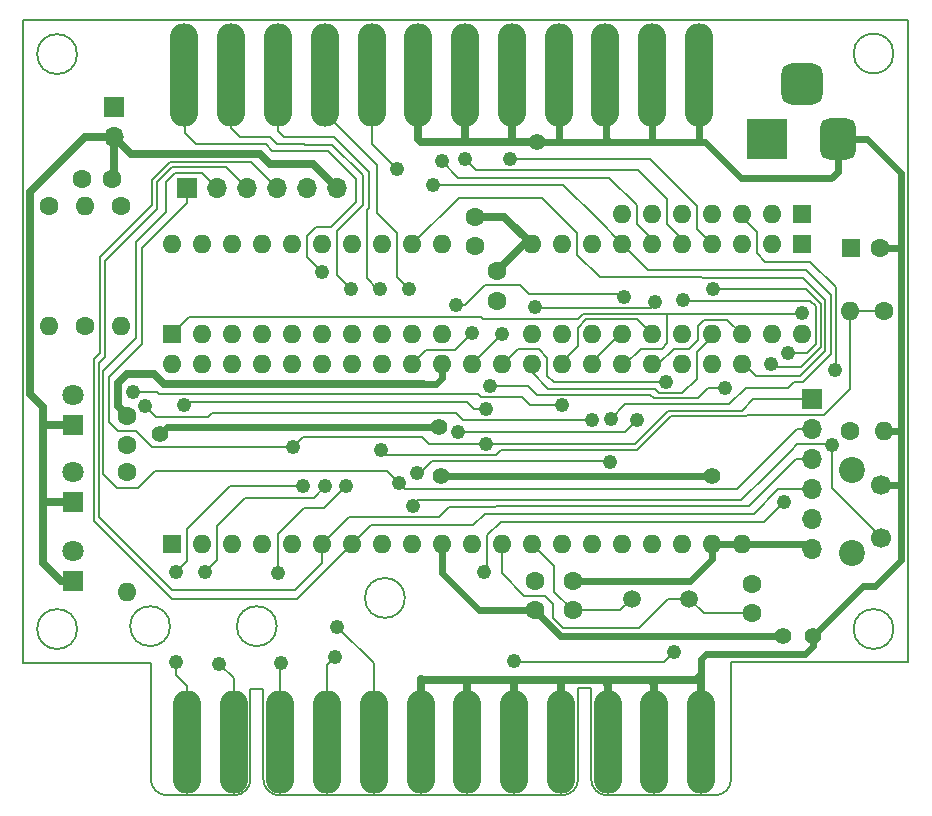
<source format=gbr>
G04 #@! TF.GenerationSoftware,KiCad,Pcbnew,7.0.10*
G04 #@! TF.CreationDate,2024-02-21T12:16:34-05:00*
G04 #@! TF.ProjectId,CBM-SD,43424d2d-5344-42e6-9b69-6361645f7063,rev?*
G04 #@! TF.SameCoordinates,Original*
G04 #@! TF.FileFunction,Copper,L2,Bot*
G04 #@! TF.FilePolarity,Positive*
%FSLAX46Y46*%
G04 Gerber Fmt 4.6, Leading zero omitted, Abs format (unit mm)*
G04 Created by KiCad (PCBNEW 7.0.10) date 2024-02-21 12:16:34*
%MOMM*%
%LPD*%
G01*
G04 APERTURE LIST*
G04 Aperture macros list*
%AMRoundRect*
0 Rectangle with rounded corners*
0 $1 Rounding radius*
0 $2 $3 $4 $5 $6 $7 $8 $9 X,Y pos of 4 corners*
0 Add a 4 corners polygon primitive as box body*
4,1,4,$2,$3,$4,$5,$6,$7,$8,$9,$2,$3,0*
0 Add four circle primitives for the rounded corners*
1,1,$1+$1,$2,$3*
1,1,$1+$1,$4,$5*
1,1,$1+$1,$6,$7*
1,1,$1+$1,$8,$9*
0 Add four rect primitives between the rounded corners*
20,1,$1+$1,$2,$3,$4,$5,0*
20,1,$1+$1,$4,$5,$6,$7,0*
20,1,$1+$1,$6,$7,$8,$9,0*
20,1,$1+$1,$8,$9,$2,$3,0*%
G04 Aperture macros list end*
G04 #@! TA.AperFunction,ComponentPad*
%ADD10C,1.600000*%
G04 #@! TD*
G04 #@! TA.AperFunction,ComponentPad*
%ADD11O,1.600000X1.600000*%
G04 #@! TD*
G04 #@! TA.AperFunction,ComponentPad*
%ADD12R,1.600000X1.600000*%
G04 #@! TD*
G04 #@! TA.AperFunction,ComponentPad*
%ADD13C,1.500000*%
G04 #@! TD*
G04 #@! TA.AperFunction,ComponentPad*
%ADD14R,1.800000X1.800000*%
G04 #@! TD*
G04 #@! TA.AperFunction,ComponentPad*
%ADD15C,1.800000*%
G04 #@! TD*
G04 #@! TA.AperFunction,ComponentPad*
%ADD16R,3.500000X3.500000*%
G04 #@! TD*
G04 #@! TA.AperFunction,ComponentPad*
%ADD17RoundRect,0.750000X0.750000X1.000000X-0.750000X1.000000X-0.750000X-1.000000X0.750000X-1.000000X0*%
G04 #@! TD*
G04 #@! TA.AperFunction,ComponentPad*
%ADD18RoundRect,0.875000X0.875000X0.875000X-0.875000X0.875000X-0.875000X-0.875000X0.875000X-0.875000X0*%
G04 #@! TD*
G04 #@! TA.AperFunction,ComponentPad*
%ADD19R,1.700000X1.700000*%
G04 #@! TD*
G04 #@! TA.AperFunction,ComponentPad*
%ADD20O,1.700000X1.700000*%
G04 #@! TD*
G04 #@! TA.AperFunction,SMDPad,CuDef*
%ADD21O,2.410000X8.760000*%
G04 #@! TD*
G04 #@! TA.AperFunction,ConnectorPad*
%ADD22O,2.410000X8.760000*%
G04 #@! TD*
G04 #@! TA.AperFunction,ComponentPad*
%ADD23C,2.200000*%
G04 #@! TD*
G04 #@! TA.AperFunction,ComponentPad*
%ADD24C,1.700000*%
G04 #@! TD*
G04 #@! TA.AperFunction,ViaPad*
%ADD25C,1.422400*%
G04 #@! TD*
G04 #@! TA.AperFunction,ViaPad*
%ADD26C,1.219200*%
G04 #@! TD*
G04 #@! TA.AperFunction,Conductor*
%ADD27C,0.200000*%
G04 #@! TD*
G04 #@! TA.AperFunction,Conductor*
%ADD28C,0.660400*%
G04 #@! TD*
G04 #@! TA.AperFunction,Conductor*
%ADD29C,0.600000*%
G04 #@! TD*
G04 #@! TA.AperFunction,Conductor*
%ADD30C,0.203200*%
G04 #@! TD*
G04 #@! TA.AperFunction,Profile*
%ADD31C,0.200660*%
G04 #@! TD*
G04 APERTURE END LIST*
D10*
X125996700Y-104076500D03*
D11*
X125996700Y-114236500D03*
D12*
X183134000Y-82232500D03*
D11*
X180594000Y-82232500D03*
X178054000Y-82232500D03*
X175514000Y-82232500D03*
X172974000Y-82232500D03*
X170434000Y-82232500D03*
X167894000Y-82232500D03*
D12*
X129794000Y-110172500D03*
D11*
X132334000Y-110172500D03*
X134874000Y-110172500D03*
X137414000Y-110172500D03*
X139954000Y-110172500D03*
X142494000Y-110172500D03*
X145034000Y-110172500D03*
X147574000Y-110172500D03*
X150114000Y-110172500D03*
X152654000Y-110172500D03*
X155194000Y-110172500D03*
X157734000Y-110172500D03*
X160274000Y-110172500D03*
X162814000Y-110172500D03*
X165354000Y-110172500D03*
X167894000Y-110172500D03*
X170434000Y-110172500D03*
X172974000Y-110172500D03*
X175514000Y-110172500D03*
X178054000Y-110172500D03*
X178054000Y-94932500D03*
X175514000Y-94932500D03*
X172974000Y-94932500D03*
X170434000Y-94932500D03*
X167894000Y-94932500D03*
X165354000Y-94932500D03*
X162814000Y-94932500D03*
X160274000Y-94932500D03*
X157734000Y-94932500D03*
X155194000Y-94932500D03*
X152654000Y-94932500D03*
X150114000Y-94932500D03*
X147574000Y-94932500D03*
X145034000Y-94932500D03*
X142494000Y-94932500D03*
X139954000Y-94932500D03*
X137414000Y-94932500D03*
X134874000Y-94932500D03*
X132334000Y-94932500D03*
X129794000Y-94932500D03*
D12*
X129794000Y-92392500D03*
D11*
X132334000Y-92392500D03*
X134874000Y-92392500D03*
X137414000Y-92392500D03*
X139954000Y-92392500D03*
X142494000Y-92392500D03*
X145034000Y-92392500D03*
X147574000Y-92392500D03*
X150114000Y-92392500D03*
X152654000Y-92392500D03*
X152654000Y-84772500D03*
X150114000Y-84772500D03*
X147574000Y-84772500D03*
X145034000Y-84772500D03*
X142494000Y-84772500D03*
X139954000Y-84772500D03*
X137414000Y-84772500D03*
X134874000Y-84772500D03*
X132334000Y-84772500D03*
X129794000Y-84772500D03*
D12*
X183134000Y-84772500D03*
D11*
X180594000Y-84772500D03*
X178054000Y-84772500D03*
X175514000Y-84772500D03*
X172974000Y-84772500D03*
X170434000Y-84772500D03*
X167894000Y-84772500D03*
X165354000Y-84772500D03*
X162814000Y-84772500D03*
X160274000Y-84772500D03*
X160274000Y-92392500D03*
X162814000Y-92392500D03*
X165354000Y-92392500D03*
X167894000Y-92392500D03*
X170434000Y-92392500D03*
X172974000Y-92392500D03*
X175514000Y-92392500D03*
X178054000Y-92392500D03*
X180594000Y-92392500D03*
X183134000Y-92392500D03*
D10*
X124694000Y-79248000D03*
X122194000Y-79248000D03*
X160500000Y-113275000D03*
X160500000Y-115775000D03*
X155475000Y-84925000D03*
X155475000Y-82425000D03*
X157300000Y-89550000D03*
X157300000Y-87050000D03*
X122428000Y-91694000D03*
D11*
X122428000Y-81534000D03*
D10*
X178875000Y-113500000D03*
X178875000Y-116000000D03*
D13*
X168725000Y-114775000D03*
X173605000Y-114775000D03*
D10*
X119380000Y-81534000D03*
D11*
X119380000Y-91694000D03*
D14*
X121450100Y-113322100D03*
D15*
X121450100Y-110782100D03*
D14*
X121450100Y-106616500D03*
D15*
X121450100Y-104076500D03*
D16*
X180182000Y-75887500D03*
D17*
X186182000Y-75887500D03*
D18*
X183182000Y-71187500D03*
D14*
X121462800Y-100037900D03*
D15*
X121462800Y-97497900D03*
D19*
X183997600Y-97891600D03*
D20*
X183997600Y-100431600D03*
X183997600Y-102971600D03*
X183997600Y-105511600D03*
X183997600Y-108051600D03*
X183997600Y-110591600D03*
D10*
X187198000Y-100584000D03*
D11*
X187198000Y-90424000D03*
D10*
X190093600Y-90424000D03*
D11*
X190093600Y-100584000D03*
D10*
X163725000Y-113275000D03*
X163725000Y-115775000D03*
X125476000Y-81534000D03*
D11*
X125476000Y-91694000D03*
D19*
X124891800Y-73126600D03*
D20*
X124891800Y-75666600D03*
D10*
X126009400Y-99290500D03*
X126009400Y-101790500D03*
D12*
X187285621Y-85090000D03*
D10*
X189785621Y-85090000D03*
D21*
X131052300Y-126923800D03*
D22*
X135012300Y-126923800D03*
X138972300Y-126923800D03*
X142932300Y-126923800D03*
X146892300Y-126923800D03*
X150852300Y-126923800D03*
X154812300Y-126923800D03*
X158772300Y-126923800D03*
X162732300Y-126923800D03*
X166692300Y-126923800D03*
X170652300Y-126923800D03*
X174612300Y-126923800D03*
D23*
X187350400Y-110896400D03*
X187350400Y-103896400D03*
D24*
X189850400Y-105146400D03*
X189850400Y-109646400D03*
D19*
X131064000Y-80010000D03*
D20*
X133604000Y-80010000D03*
X136144000Y-80010000D03*
X138684000Y-80010000D03*
X141224000Y-80010000D03*
X143764000Y-80010000D03*
D21*
X130860799Y-70408800D03*
D22*
X134820799Y-70408800D03*
X138780799Y-70408800D03*
X142740799Y-70408800D03*
X146700799Y-70408800D03*
X150660799Y-70408800D03*
X154620799Y-70408800D03*
X158580799Y-70408800D03*
X162540799Y-70408800D03*
X166500799Y-70408800D03*
X170460799Y-70408800D03*
X174420799Y-70408800D03*
D25*
X160731200Y-76136500D03*
X184099200Y-117906800D03*
X152425400Y-100228400D03*
X128790700Y-100838000D03*
X152577800Y-104419400D03*
X175564800Y-104406700D03*
X181559200Y-117906800D03*
D26*
X155194000Y-92312500D03*
X157734000Y-92392500D03*
X130810000Y-98399600D03*
X156362400Y-98717100D03*
X148837500Y-78437500D03*
X143811100Y-117187500D03*
X143625000Y-119725000D03*
X149860000Y-88582500D03*
X139000000Y-120225000D03*
X147447000Y-88519000D03*
X144500000Y-105275000D03*
X138775000Y-112575000D03*
X142800000Y-105250000D03*
X132588000Y-112522000D03*
X133825000Y-120275000D03*
X144970500Y-88582500D03*
X130137400Y-112522000D03*
X142494000Y-87122000D03*
X130137400Y-120167400D03*
X140931400Y-105219500D03*
X156718000Y-96748600D03*
X176618900Y-96964500D03*
X172325000Y-119275000D03*
X180530500Y-94945200D03*
X175577500Y-88557100D03*
X158432500Y-77533500D03*
X158772300Y-120052700D03*
X181965600Y-93954600D03*
X154609800Y-77533500D03*
X181659506Y-106559506D03*
X173050200Y-89522300D03*
X156210000Y-112522000D03*
X152654000Y-77724000D03*
X169164000Y-99644200D03*
X154051000Y-100647500D03*
X166878000Y-103187500D03*
X151892000Y-79756000D03*
X166966900Y-99555300D03*
X150583900Y-104178100D03*
X168084500Y-89217500D03*
X156400500Y-101663500D03*
X140017500Y-101955600D03*
X153860500Y-89916000D03*
X183134000Y-90551000D03*
X148987500Y-104962500D03*
X185675000Y-101750000D03*
X150225000Y-106900000D03*
X185975000Y-95450000D03*
X171640500Y-96456500D03*
X162839400Y-98412300D03*
X126492000Y-97282000D03*
X165354000Y-99631500D03*
X127546100Y-98501200D03*
X170688000Y-89662000D03*
X160528000Y-90106500D03*
X147535900Y-102158800D03*
D27*
X189917680Y-109653680D02*
X189917680Y-109692440D01*
X185675000Y-105411000D02*
X189917680Y-109653680D01*
X185675000Y-101750000D02*
X185675000Y-105411000D01*
D28*
X174231300Y-121653300D02*
X174612300Y-121272300D01*
X150926800Y-121653300D02*
X150863300Y-121589800D01*
X150852300Y-126923800D02*
X150863300Y-121589800D01*
X170311800Y-121653300D02*
X174231300Y-121653300D01*
X154927300Y-121653300D02*
X150926800Y-121653300D01*
X154812300Y-121768300D02*
X154927300Y-121653300D01*
X170652300Y-121993800D02*
X170652300Y-126923800D01*
X154812300Y-126923800D02*
X154812300Y-121768300D01*
X166692300Y-126923800D02*
X166692300Y-122016800D01*
X170311800Y-121653300D02*
X170652300Y-121993800D01*
X174612300Y-126923800D02*
X174612300Y-121272300D01*
X162737800Y-121653300D02*
X162737800Y-122034300D01*
X162737800Y-122034300D02*
X162732300Y-122039800D01*
X162737800Y-121653300D02*
X166674800Y-121653300D01*
X166674800Y-121999300D02*
X166692300Y-122016800D01*
X166674800Y-121653300D02*
X166674800Y-121999300D01*
X158772300Y-126923800D02*
X158772300Y-121935800D01*
X162732300Y-126923800D02*
X162732300Y-122039800D01*
X166674800Y-121653300D02*
X170311800Y-121653300D01*
X158711900Y-76136500D02*
X157734000Y-76136500D01*
D29*
X191547460Y-85058540D02*
X191547460Y-100452540D01*
D28*
X160083500Y-76136500D02*
X160731200Y-76136500D01*
X137280000Y-77125000D02*
X126350200Y-77125000D01*
X157926500Y-82425000D02*
X160274000Y-84772500D01*
X117793089Y-80326911D02*
X117793089Y-97473089D01*
X150673500Y-70332600D02*
X150673500Y-75895900D01*
X158593500Y-70332600D02*
X158593500Y-76018100D01*
X154633500Y-75858800D02*
X154355800Y-76136500D01*
X155575000Y-76136500D02*
X154355800Y-76136500D01*
D29*
X162623500Y-76136500D02*
X162553500Y-76066500D01*
X174911500Y-76136500D02*
X174611500Y-76136500D01*
X191547460Y-100452540D02*
X191547460Y-104933460D01*
X184099200Y-117906800D02*
X184099200Y-118770400D01*
D28*
X125222000Y-96520000D02*
X125222000Y-98503100D01*
D29*
X170511500Y-76136500D02*
X170473500Y-76098500D01*
D28*
X118872000Y-98552000D02*
X118872000Y-100076000D01*
X141732000Y-77978000D02*
X138133000Y-77978000D01*
D29*
X174433500Y-75958500D02*
X174433500Y-70332600D01*
X170511500Y-76136500D02*
X166916100Y-76136500D01*
D28*
X122453400Y-75666600D02*
X117793089Y-80326911D01*
X118872000Y-100076000D02*
X118910100Y-100037900D01*
D29*
X166513500Y-75733900D02*
X166916100Y-76136500D01*
X191547460Y-111474540D02*
X191547460Y-104933460D01*
D28*
X118910100Y-100037900D02*
X121462800Y-100037900D01*
D29*
X184099200Y-118770400D02*
X183375300Y-119494300D01*
D28*
X159577500Y-84772500D02*
X157300000Y-87050000D01*
D29*
X152654000Y-96100900D02*
X152654000Y-94932500D01*
D28*
X155475000Y-82425000D02*
X157926500Y-82425000D01*
D29*
X191289360Y-105191560D02*
X189917680Y-105191560D01*
D28*
X118872000Y-111760000D02*
X120434100Y-113322100D01*
X154355800Y-76136500D02*
X151638000Y-76136500D01*
D29*
X174611500Y-76136500D02*
X170511500Y-76136500D01*
D28*
X118935500Y-106616500D02*
X121450100Y-106616500D01*
D29*
X191547460Y-85058540D02*
X191516000Y-85090000D01*
X180594000Y-119494300D02*
X174980600Y-119494300D01*
X162623500Y-76136500D02*
X160731200Y-76136500D01*
X186182000Y-78643000D02*
X185625000Y-79200000D01*
D28*
X125984000Y-95758000D02*
X125222000Y-96520000D01*
X138133000Y-77978000D02*
X137280000Y-77125000D01*
D29*
X191547460Y-100452540D02*
X191416000Y-100584000D01*
X174980600Y-119494300D02*
X174815500Y-119659400D01*
X178054000Y-110172500D02*
X175514000Y-110172500D01*
D28*
X128270000Y-95758000D02*
X125984000Y-95758000D01*
D29*
X191416000Y-100584000D02*
X190093600Y-100584000D01*
D28*
X150673500Y-75895900D02*
X150914100Y-76136500D01*
D29*
X186182000Y-75887500D02*
X186182000Y-78643000D01*
X163725000Y-113275000D02*
X171850000Y-113275000D01*
D28*
X154927300Y-121653300D02*
X160667700Y-121653300D01*
X124891800Y-75666600D02*
X122453400Y-75666600D01*
X118872000Y-106680000D02*
X118872000Y-111760000D01*
X151066500Y-96570800D02*
X129163582Y-96642418D01*
D29*
X166916100Y-76136500D02*
X162623500Y-76136500D01*
D28*
X118872000Y-106680000D02*
X118935500Y-106616500D01*
X158593500Y-76018100D02*
X158711900Y-76136500D01*
D29*
X178054000Y-110172500D02*
X183578500Y-110172500D01*
X174612300Y-121272300D02*
X174612300Y-119862600D01*
D28*
X151638000Y-76136500D02*
X150914100Y-76136500D01*
D29*
X183578500Y-110172500D02*
X183997600Y-110591600D01*
D28*
X126350200Y-77125000D02*
X124891800Y-75666600D01*
D29*
X184099200Y-117906800D02*
X188281000Y-113725000D01*
D28*
X125222000Y-98503100D02*
X126009400Y-99290500D01*
D29*
X166513500Y-70332600D02*
X166513500Y-75733900D01*
X188663500Y-75887500D02*
X186182000Y-75887500D01*
X180594000Y-119494300D02*
X183375300Y-119494300D01*
D28*
X120434100Y-113322100D02*
X121450100Y-113322100D01*
D29*
X191547460Y-85058540D02*
X191547460Y-78771460D01*
X174612300Y-119862600D02*
X174815500Y-119659400D01*
X191516000Y-85090000D02*
X189785621Y-85090000D01*
D28*
X160274000Y-84772500D02*
X159577500Y-84772500D01*
D29*
X188281000Y-113725000D02*
X189297000Y-113725000D01*
D28*
X154633500Y-70332600D02*
X154633500Y-75858800D01*
D29*
X177975000Y-79200000D02*
X174911500Y-76136500D01*
D28*
X118872000Y-100076000D02*
X118872000Y-106680000D01*
D29*
X175514000Y-111461000D02*
X175514000Y-110172500D01*
D28*
X159004000Y-76136500D02*
X158711900Y-76136500D01*
X124891800Y-79050200D02*
X124694000Y-79248000D01*
X124891800Y-75666600D02*
X124891800Y-79050200D01*
D29*
X191547460Y-78771460D02*
X188663500Y-75887500D01*
X162553500Y-76066500D02*
X162553500Y-70332600D01*
X152184100Y-96570800D02*
X152654000Y-96100900D01*
D28*
X160667700Y-121653300D02*
X162737800Y-121653300D01*
D29*
X191547460Y-104933460D02*
X191289360Y-105191560D01*
D28*
X157734000Y-76136500D02*
X155575000Y-76136500D01*
X129163582Y-96642418D02*
X129154418Y-96642418D01*
D29*
X185625000Y-79200000D02*
X177975000Y-79200000D01*
X170473500Y-76098500D02*
X170473500Y-70332600D01*
X173700000Y-113275000D02*
X175514000Y-111461000D01*
X171850000Y-113275000D02*
X173700000Y-113275000D01*
X174611500Y-76136500D02*
X174433500Y-75958500D01*
D28*
X143764000Y-80010000D02*
X141732000Y-77978000D01*
D29*
X151066500Y-96570800D02*
X152184100Y-96570800D01*
D28*
X129154418Y-96642418D02*
X128270000Y-95758000D01*
X159004000Y-76136500D02*
X160083500Y-76136500D01*
X117793089Y-97473089D02*
X118872000Y-98552000D01*
D29*
X189297000Y-113725000D02*
X191547460Y-111474540D01*
X152654000Y-112629000D02*
X152654000Y-110172500D01*
X155800000Y-115775000D02*
X152654000Y-112629000D01*
X152577800Y-104419400D02*
X175552100Y-104419400D01*
X162650000Y-117925000D02*
X166300000Y-117925000D01*
X152425400Y-100228400D02*
X129400300Y-100228400D01*
X160500000Y-115775000D02*
X155800000Y-115775000D01*
X160500000Y-115775000D02*
X162650000Y-117925000D01*
X175552100Y-104419400D02*
X175564800Y-104406700D01*
X166300000Y-117925000D02*
X166318200Y-117906800D01*
X166318200Y-117906800D02*
X181559200Y-117906800D01*
X129400300Y-100228400D02*
X128790700Y-100838000D01*
D27*
X162075000Y-115250000D02*
X162075000Y-116375000D01*
X157734000Y-112634000D02*
X159625000Y-114525000D01*
X178875000Y-116000000D02*
X174830000Y-116000000D01*
X161350000Y-114525000D02*
X162075000Y-115250000D01*
X162925000Y-117225000D02*
X169375000Y-117225000D01*
X174830000Y-116000000D02*
X173605000Y-114775000D01*
X171825000Y-114775000D02*
X173605000Y-114775000D01*
X162075000Y-116375000D02*
X162925000Y-117225000D01*
X169375000Y-117225000D02*
X171825000Y-114775000D01*
X159625000Y-114525000D02*
X161350000Y-114525000D01*
X157734000Y-110172500D02*
X157734000Y-112634000D01*
X162125000Y-114175000D02*
X163725000Y-115775000D01*
X161601500Y-111500000D02*
X161601500Y-111501500D01*
X167725000Y-115775000D02*
X168725000Y-114775000D01*
X160274000Y-110172500D02*
X161601500Y-111500000D01*
X162125000Y-112025000D02*
X162125000Y-114175000D01*
X161601500Y-111501500D02*
X162125000Y-112025000D01*
X163725000Y-115775000D02*
X167725000Y-115775000D01*
D30*
X150114000Y-94932500D02*
X150118098Y-94932500D01*
X153799820Y-93706680D02*
X155194000Y-92312500D01*
X150118098Y-94932500D02*
X151343918Y-93706680D01*
X151343918Y-93706680D02*
X153799820Y-93706680D01*
X155194000Y-94932500D02*
X157734000Y-92392500D01*
D27*
X130810000Y-98399600D02*
X131051300Y-98158300D01*
X131051300Y-98158300D02*
X131457700Y-98158300D01*
X154800300Y-98158300D02*
X155359100Y-98717100D01*
X155359100Y-98717100D02*
X156362400Y-98717100D01*
X131457700Y-98158300D02*
X154800300Y-98158300D01*
D30*
X146890900Y-120267300D02*
X143811100Y-117187500D01*
D27*
X146713500Y-70332600D02*
X146713500Y-76313500D01*
D30*
X146892300Y-126923800D02*
X146892300Y-120267300D01*
D27*
X146713500Y-76313500D02*
X148837500Y-78437500D01*
D30*
X146892300Y-120267300D02*
X146890900Y-120267300D01*
X149860000Y-88582500D02*
X148844000Y-87566500D01*
D27*
X147175000Y-82137000D02*
X148844000Y-83806000D01*
X142753500Y-73665500D02*
X144272000Y-75184000D01*
X143625000Y-119725000D02*
X142932300Y-120417700D01*
X142932300Y-120417700D02*
X142932300Y-126923800D01*
X144272000Y-75197000D02*
X147175000Y-78100000D01*
X144272000Y-75184000D02*
X144272000Y-75197000D01*
X147175000Y-78100000D02*
X147175000Y-82137000D01*
X148844000Y-83806000D02*
X148844000Y-87566500D01*
X142753500Y-70332600D02*
X142753500Y-73665500D01*
X146450000Y-81708000D02*
X146304000Y-81854000D01*
D30*
X147447000Y-88519000D02*
X147193000Y-88519000D01*
D27*
X146304000Y-84074000D02*
X146304000Y-81854000D01*
D30*
X147193000Y-88519000D02*
X146304000Y-87630000D01*
D27*
X146450000Y-78625000D02*
X143517000Y-75692000D01*
X143517000Y-75692000D02*
X139292000Y-75692000D01*
X138793500Y-75193500D02*
X138793500Y-70332600D01*
D30*
X138775000Y-112575000D02*
X138775000Y-109300000D01*
X138972300Y-120252700D02*
X138972300Y-121903500D01*
D27*
X143059000Y-106716000D02*
X144500000Y-105275000D01*
X138972300Y-126923800D02*
X138972300Y-121903500D01*
D30*
X142662500Y-107112500D02*
X143059000Y-106716000D01*
D27*
X146450000Y-78625000D02*
X146450000Y-81708000D01*
X139292000Y-75692000D02*
X138793500Y-75193500D01*
D30*
X138775000Y-109300000D02*
X140962500Y-107112500D01*
X146304000Y-87630000D02*
X146304000Y-84582000D01*
X140962500Y-107112500D02*
X142662500Y-107112500D01*
X139000000Y-120225000D02*
X138972300Y-120252700D01*
X146304000Y-84582000D02*
X146304000Y-84074000D01*
D27*
X135572500Y-75692000D02*
X134833500Y-74953000D01*
X134833500Y-74953000D02*
X134833500Y-70332600D01*
X138083000Y-75692000D02*
X135572500Y-75692000D01*
X138691000Y-76300000D02*
X138083000Y-75692000D01*
X145950000Y-78900000D02*
X143377000Y-76327000D01*
X141097000Y-76327000D02*
X141070000Y-76300000D01*
X145950000Y-81450000D02*
X145950000Y-78900000D01*
D30*
X135012300Y-121462300D02*
X135012300Y-126923800D01*
D27*
X141070000Y-76300000D02*
X138691000Y-76300000D01*
D30*
X143764000Y-87376000D02*
X143764000Y-83636000D01*
X133604000Y-108597700D02*
X133604000Y-111252000D01*
D27*
X143764000Y-83636000D02*
X145950000Y-81450000D01*
X143377000Y-76327000D02*
X141097000Y-76327000D01*
D30*
X133604000Y-111506000D02*
X132588000Y-112522000D01*
X141814500Y-106235500D02*
X142800000Y-105250000D01*
X141264500Y-106235500D02*
X141814500Y-106235500D01*
X138315700Y-106235500D02*
X141264500Y-106235500D01*
X133825000Y-120275000D02*
X135012300Y-121462300D01*
X135966200Y-106235500D02*
X133604000Y-108597700D01*
X144970500Y-88582500D02*
X143764000Y-87376000D01*
X133604000Y-111252000D02*
X133604000Y-111506000D01*
X138315700Y-106235500D02*
X135966200Y-106235500D01*
X131052300Y-108876100D02*
X131052300Y-111263700D01*
D27*
X137775000Y-76300000D02*
X138310000Y-76835000D01*
X145400000Y-81168000D02*
X143256000Y-83312000D01*
D30*
X140931400Y-105219500D02*
X134708900Y-105219500D01*
D27*
X138310000Y-76835000D02*
X142985000Y-76835000D01*
D30*
X131052300Y-126923800D02*
X131052300Y-122185700D01*
D27*
X130873500Y-75348500D02*
X131825000Y-76300000D01*
D30*
X141224000Y-84074000D02*
X141986000Y-83312000D01*
X131052300Y-122185700D02*
X130137400Y-121270800D01*
X134708900Y-105219500D02*
X131052300Y-108876100D01*
D27*
X145400000Y-79250000D02*
X145400000Y-81168000D01*
D30*
X142494000Y-87122000D02*
X141224000Y-85852000D01*
X130137400Y-121270800D02*
X130137400Y-120167400D01*
D27*
X143256000Y-83312000D02*
X142240000Y-83312000D01*
X130873500Y-70332600D02*
X130873500Y-75348500D01*
D30*
X141224000Y-85852000D02*
X141224000Y-84074000D01*
X131052300Y-111263700D02*
X131052300Y-111607100D01*
D27*
X131825000Y-76300000D02*
X137775000Y-76300000D01*
X142985000Y-76835000D02*
X145400000Y-79250000D01*
D30*
X141986000Y-83312000D02*
X142240000Y-83312000D01*
X131052300Y-111607100D02*
X130137400Y-112522000D01*
D27*
X159918400Y-96748600D02*
X160667700Y-97497900D01*
X170307000Y-97497900D02*
X170637200Y-97828100D01*
X156718000Y-96748600D02*
X159918400Y-96748600D01*
X160667700Y-97497900D02*
X170307000Y-97497900D01*
X174320200Y-97828100D02*
X175183800Y-96964500D01*
X170637200Y-97828100D02*
X174320200Y-97828100D01*
X175183800Y-96964500D02*
X176618900Y-96964500D01*
X158432500Y-77533500D02*
X170243500Y-77533500D01*
X158772300Y-120052700D02*
X158869600Y-120150000D01*
X180733700Y-95148400D02*
X180530500Y-94945200D01*
X184713070Y-93505830D02*
X183070500Y-95148400D01*
X171450000Y-120150000D02*
X172325000Y-119275000D01*
X183070500Y-95148400D02*
X180733700Y-95148400D01*
D30*
X174244000Y-83502500D02*
X174244000Y-81546700D01*
D27*
X158869600Y-120150000D02*
X171450000Y-120150000D01*
D30*
X175514000Y-84772500D02*
X174244000Y-83502500D01*
D27*
X183476900Y-88557100D02*
X184713070Y-89793270D01*
X184713070Y-89793270D02*
X184713070Y-93505830D01*
X175577500Y-88557100D02*
X183476900Y-88557100D01*
X174244000Y-81534000D02*
X174244000Y-81546700D01*
X170243500Y-77533500D02*
X174244000Y-81534000D01*
X183159400Y-93954600D02*
X183540400Y-93954600D01*
D30*
X183857900Y-89560400D02*
X184308750Y-90011250D01*
D27*
X155571422Y-78495122D02*
X169236622Y-78495122D01*
D30*
X184308750Y-93186250D02*
X183540400Y-93954600D01*
X156464000Y-112268000D02*
X156210000Y-112522000D01*
X156464000Y-109389000D02*
X156486000Y-109389000D01*
X172974000Y-84772500D02*
X172974000Y-84328000D01*
X156464000Y-109389000D02*
X156464000Y-112268000D01*
X156486000Y-109389000D02*
X157625000Y-108250000D01*
X172974000Y-84328000D02*
X171704000Y-83058000D01*
X183159400Y-93954600D02*
X181965600Y-93954600D01*
X171704000Y-80962500D02*
X171634150Y-80892650D01*
X184308750Y-90011250D02*
X184308750Y-93186250D01*
X171704000Y-83058000D02*
X171704000Y-80962500D01*
X173088300Y-89560400D02*
X183857900Y-89560400D01*
X173050200Y-89522300D02*
X173088300Y-89560400D01*
D27*
X169236622Y-78495122D02*
X171634150Y-80892650D01*
D30*
X157625000Y-108250000D02*
X179969012Y-108250000D01*
X179969012Y-108250000D02*
X181659506Y-106559506D01*
D27*
X154609800Y-77533500D02*
X155571422Y-78495122D01*
D30*
X169164000Y-83058000D02*
X169164000Y-81470500D01*
X170434000Y-84772500D02*
X170434000Y-84328000D01*
X154051000Y-100647500D02*
X161099500Y-100647500D01*
D27*
X161099500Y-100647500D02*
X167233600Y-100647500D01*
D30*
X170434000Y-84328000D02*
X169164000Y-83058000D01*
D27*
X152654000Y-77724000D02*
X154052500Y-79122500D01*
X154052500Y-79122500D02*
X166816000Y-79122500D01*
X167233600Y-100647500D02*
X168160700Y-100647500D01*
X168160700Y-100647500D02*
X169164000Y-99644200D01*
X166816000Y-79122500D02*
X169164000Y-81470500D01*
X185591450Y-94062550D02*
X183203850Y-96450150D01*
D30*
X185591450Y-89071450D02*
X183451500Y-86931500D01*
D27*
X176993550Y-98329750D02*
X168192450Y-98329750D01*
X167919400Y-84772500D02*
X170078400Y-86931500D01*
X183203850Y-96450150D02*
X182429150Y-96450150D01*
D30*
X167894000Y-84709000D02*
X165760400Y-82575400D01*
D27*
X151892000Y-79756000D02*
X162941000Y-79756000D01*
X167894000Y-84772500D02*
X167919400Y-84772500D01*
X151836700Y-103136700D02*
X166827200Y-103136700D01*
X185591450Y-89071450D02*
X185591450Y-94062550D01*
D30*
X150795300Y-104178100D02*
X151836700Y-103136700D01*
X183451500Y-86931500D02*
X170078400Y-86931500D01*
D27*
X168192450Y-98329750D02*
X166966900Y-99555300D01*
D30*
X178415950Y-96907350D02*
X181971950Y-96907350D01*
D27*
X162941000Y-79756000D02*
X165760400Y-82575400D01*
D30*
X181971950Y-96907350D02*
X182429150Y-96450150D01*
X150583900Y-104178100D02*
X150795300Y-104178100D01*
D27*
X176993550Y-98329750D02*
X178415950Y-96907350D01*
X166827200Y-103136700D02*
X166878000Y-103187500D01*
D30*
X167894000Y-84772500D02*
X167894000Y-84709000D01*
D27*
X166007698Y-87567302D02*
X166269202Y-87567302D01*
D30*
X184848500Y-89217500D02*
X184594500Y-88963500D01*
D27*
X182956200Y-95948500D02*
X185115790Y-93788910D01*
X164125000Y-83850000D02*
X164125000Y-85684604D01*
D30*
X178054000Y-94932500D02*
X178244500Y-94932500D01*
D27*
X154061500Y-80825000D02*
X161100000Y-80825000D01*
X164125000Y-85684604D02*
X166007698Y-87567302D01*
X179247800Y-95948500D02*
X182956200Y-95948500D01*
X178231800Y-94932500D02*
X179247800Y-95948500D01*
X178054000Y-94932500D02*
X178231800Y-94932500D01*
D30*
X183197500Y-87630000D02*
X166269202Y-87567302D01*
D27*
X161100000Y-80825000D02*
X164125000Y-83850000D01*
X184848500Y-89255600D02*
X184848500Y-89217500D01*
X150114000Y-84772500D02*
X154061500Y-80825000D01*
X185115790Y-89522890D02*
X184848500Y-89255600D01*
X185115790Y-93788910D02*
X185115790Y-89522890D01*
D30*
X184594500Y-88963500D02*
X183197500Y-87630000D01*
X173609000Y-93599000D02*
X174307500Y-92900500D01*
X172275500Y-93599000D02*
X173609000Y-93599000D01*
X174307500Y-91694000D02*
X174815500Y-91186000D01*
X174307500Y-92900500D02*
X174307500Y-91694000D01*
X176847500Y-91186000D02*
X176911000Y-91249500D01*
X170942000Y-94932500D02*
X172275500Y-93599000D01*
X176911000Y-91249500D02*
X178054000Y-92392500D01*
X170434000Y-94932500D02*
X170942000Y-94932500D01*
X174815500Y-91186000D02*
X176847500Y-91186000D01*
X156275000Y-88225000D02*
X159281500Y-88225000D01*
X159281500Y-88225000D02*
X160020000Y-88963500D01*
D27*
X128117600Y-101955600D02*
X140017500Y-101955600D01*
X127254000Y-93218000D02*
X124460000Y-96012000D01*
X126746000Y-100584000D02*
X128117600Y-101955600D01*
X127254000Y-85090000D02*
X127254000Y-93218000D01*
X183616600Y-97891600D02*
X179031900Y-97891600D01*
X179031900Y-97891600D02*
X178047650Y-98875850D01*
D30*
X154584000Y-89916000D02*
X156275000Y-88225000D01*
D27*
X124460000Y-99822000D02*
X125222000Y-100584000D01*
X140893800Y-101079300D02*
X150952200Y-101079300D01*
D30*
X167830500Y-88963500D02*
X168084500Y-89217500D01*
D27*
X178047650Y-98875850D02*
X171799250Y-98875850D01*
X131064000Y-81280000D02*
X127254000Y-85090000D01*
X124460000Y-96012000D02*
X124460000Y-99822000D01*
X156400500Y-101663500D02*
X151536400Y-101663500D01*
X140017500Y-101955600D02*
X140893800Y-101079300D01*
X131064000Y-80010000D02*
X131064000Y-81280000D01*
D30*
X153860500Y-89916000D02*
X154584000Y-89916000D01*
D27*
X169011600Y-101663500D02*
X156400500Y-101663500D01*
D30*
X160020000Y-88963500D02*
X167830500Y-88963500D01*
D27*
X151536400Y-101663500D02*
X150952200Y-101079300D01*
X125222000Y-100584000D02*
X126746000Y-100584000D01*
X171799250Y-98875850D02*
X169011600Y-101663500D01*
D30*
X183007000Y-90678000D02*
X183134000Y-90551000D01*
X169481500Y-93599000D02*
X171259500Y-93599000D01*
X171259500Y-93599000D02*
X171704000Y-93154500D01*
X171704000Y-90678000D02*
X164592000Y-90678000D01*
X164147500Y-91122500D02*
X156146500Y-91122500D01*
X171704000Y-90678000D02*
X183007000Y-90678000D01*
X156146500Y-91122500D02*
X155954186Y-90930186D01*
X131254500Y-90932000D02*
X129794000Y-92392500D01*
X155448000Y-90932000D02*
X131254500Y-90932000D01*
X155954186Y-90930186D02*
X155703814Y-90930186D01*
X164592000Y-90678000D02*
X164147500Y-91122500D01*
X167894000Y-94932500D02*
X168148000Y-94932500D01*
X171704000Y-93154500D02*
X171704000Y-90678000D01*
X168148000Y-94932500D02*
X169481500Y-93599000D01*
X155703814Y-90930186D02*
X155448000Y-90932000D01*
D27*
X142494000Y-111780204D02*
X140228204Y-114046000D01*
X124119289Y-86192711D02*
X124119289Y-94320711D01*
X134366000Y-78232000D02*
X136144000Y-80010000D01*
X124119289Y-86192711D02*
X128524000Y-81788000D01*
X178675000Y-106950000D02*
X182653400Y-102971600D01*
X128524000Y-81788000D02*
X128524000Y-79502000D01*
X182653400Y-102971600D02*
X183997600Y-102971600D01*
X157206950Y-106953050D02*
X177692050Y-106953050D01*
X152425000Y-107850000D02*
X153257500Y-107017500D01*
X143878300Y-108788200D02*
X142494000Y-110172500D01*
X143878300Y-108788200D02*
X143878300Y-108771700D01*
D30*
X157142500Y-107017500D02*
X157206950Y-106953050D01*
D27*
X143878300Y-108771700D02*
X144800000Y-107850000D01*
X129794000Y-114046000D02*
X123592720Y-107844720D01*
X177692050Y-106953050D02*
X177695100Y-106950000D01*
X123592720Y-107844720D02*
X123592720Y-94847280D01*
X128524000Y-79502000D02*
X129794000Y-78232000D01*
X153257500Y-107017500D02*
X157142500Y-107017500D01*
X177695100Y-106950000D02*
X178675000Y-106950000D01*
X129794000Y-78232000D02*
X134366000Y-78232000D01*
X142494000Y-110172500D02*
X142494000Y-111780204D01*
X123592720Y-94847280D02*
X124119289Y-94320711D01*
X144800000Y-107850000D02*
X152425000Y-107850000D01*
X140228204Y-114046000D02*
X129794000Y-114046000D01*
D30*
X167703500Y-92392500D02*
X167894000Y-92392500D01*
X165354000Y-94932500D02*
X165354000Y-94742000D01*
X165354000Y-94742000D02*
X167703500Y-92392500D01*
D27*
X123698000Y-85852000D02*
X123698000Y-93980000D01*
X156275000Y-107575000D02*
X155325000Y-108525000D01*
X128121280Y-81428720D02*
X123698000Y-85852000D01*
X179075000Y-107575000D02*
X156275000Y-107575000D01*
X123190000Y-94488000D02*
X123190000Y-108204000D01*
X140398500Y-114808000D02*
X145034000Y-110172500D01*
X123698000Y-93980000D02*
X123190000Y-94488000D01*
X129794000Y-114808000D02*
X140398500Y-114808000D01*
X129627188Y-77829280D02*
X128121280Y-79335188D01*
X123190000Y-108204000D02*
X129794000Y-114808000D01*
X146681500Y-108525000D02*
X145034000Y-110172500D01*
X136503280Y-77829280D02*
X129627188Y-77829280D01*
X181138400Y-105511600D02*
X179075000Y-107575000D01*
X155325000Y-108525000D02*
X146681500Y-108525000D01*
X183997600Y-105511600D02*
X181138400Y-105511600D01*
X128121280Y-79335188D02*
X128121280Y-81428720D01*
X138684000Y-80010000D02*
X136503280Y-77829280D01*
D30*
X162814000Y-94932500D02*
X162814000Y-94742000D01*
X164147500Y-93408500D02*
X164147500Y-91821000D01*
X169386250Y-91344750D02*
X170434000Y-92392500D01*
X169164000Y-91122500D02*
X169386250Y-91344750D01*
X164147500Y-91821000D02*
X164846000Y-91122500D01*
X164846000Y-91122500D02*
X169164000Y-91122500D01*
X162814000Y-94742000D02*
X164147500Y-93408500D01*
D27*
X123995440Y-104245440D02*
X125175000Y-105425000D01*
X129286000Y-79502000D02*
X129286000Y-82042000D01*
X123995440Y-95460560D02*
X123995440Y-104245440D01*
X129286000Y-82042000D02*
X126746000Y-84582000D01*
X177606600Y-105506600D02*
X149531600Y-105506600D01*
X149531600Y-105506600D02*
X148987500Y-104962500D01*
X126746000Y-92710000D02*
X123995440Y-95460560D01*
X126746000Y-84582000D02*
X126746000Y-92710000D01*
X182681600Y-100431600D02*
X183997600Y-100431600D01*
X125175000Y-105425000D02*
X126900000Y-105425000D01*
X128375000Y-103950000D02*
X146700000Y-103950000D01*
X147975000Y-103950000D02*
X146700000Y-103950000D01*
X177606600Y-105506600D02*
X182681600Y-100431600D01*
X132334000Y-78740000D02*
X130048000Y-78740000D01*
X148987500Y-104962500D02*
X147975000Y-103950000D01*
X130048000Y-78740000D02*
X129286000Y-79502000D01*
X133604000Y-80010000D02*
X132334000Y-78740000D01*
X126900000Y-105425000D02*
X128375000Y-103950000D01*
X160274000Y-95605600D02*
X161658300Y-96989900D01*
X161658300Y-96989900D02*
X170675300Y-96989900D01*
D30*
X175514000Y-92392500D02*
X175514000Y-92646500D01*
D27*
X173012100Y-97370900D02*
X174244000Y-96139000D01*
X171056300Y-97370900D02*
X173012100Y-97370900D01*
D30*
X175514000Y-92646500D02*
X174244000Y-93916500D01*
X174244000Y-93916500D02*
X174244000Y-96139000D01*
D27*
X160274000Y-94932500D02*
X160274000Y-95605600D01*
X170675300Y-96989900D02*
X171056300Y-97370900D01*
X180225000Y-104225000D02*
X182175000Y-102275000D01*
X156548887Y-106460087D02*
X150664913Y-106460087D01*
D30*
X180035200Y-86258400D02*
X182854600Y-86258400D01*
D27*
X185625000Y-101700000D02*
X185675000Y-101750000D01*
X182175000Y-102275000D02*
X182750000Y-101700000D01*
D30*
X183489600Y-86258400D02*
X183667400Y-86258400D01*
D27*
X185995769Y-88396269D02*
X183857900Y-86258400D01*
D30*
X182854600Y-86258400D02*
X183489600Y-86258400D01*
X178054000Y-82232500D02*
X178054000Y-82473800D01*
X179324000Y-83743800D02*
X179324000Y-85547200D01*
X179324000Y-85547200D02*
X180035200Y-86258400D01*
X178054000Y-82473800D02*
X179324000Y-83743800D01*
D27*
X150664913Y-106460087D02*
X150225000Y-106900000D01*
X185995769Y-95429231D02*
X185995769Y-88396269D01*
X183857900Y-86258400D02*
X182854600Y-86258400D01*
X184075000Y-101700000D02*
X185625000Y-101700000D01*
X156548887Y-106460087D02*
X177989913Y-106460087D01*
X182750000Y-101700000D02*
X184075000Y-101700000D01*
X177989913Y-106460087D02*
X180225000Y-104225000D01*
X185975000Y-95450000D02*
X185995769Y-95429231D01*
D30*
X162115500Y-96456500D02*
X171640500Y-96456500D01*
X161544000Y-95885000D02*
X162115500Y-96456500D01*
X159067500Y-93662500D02*
X160845500Y-93662500D01*
X161544000Y-94361000D02*
X161544000Y-95885000D01*
X157797500Y-94932500D02*
X159067500Y-93662500D01*
X160845500Y-93662500D02*
X161544000Y-94361000D01*
X157734000Y-94932500D02*
X157797500Y-94932500D01*
D27*
X159448500Y-97713800D02*
X159544193Y-97808607D01*
X160147886Y-98412300D02*
X162839400Y-98412300D01*
X159544193Y-97808607D02*
X160147886Y-98412300D01*
D30*
X128524000Y-97282000D02*
X128727200Y-97485200D01*
D27*
X155714700Y-97485200D02*
X155943300Y-97713800D01*
X128727200Y-97485200D02*
X155714700Y-97485200D01*
D30*
X126492000Y-97282000D02*
X128524000Y-97282000D01*
D27*
X155943300Y-97713800D02*
X159448500Y-97713800D01*
X154432000Y-99631500D02*
X154216100Y-99415600D01*
X154216100Y-99402900D02*
X153873200Y-99060000D01*
X153873200Y-99060000D02*
X133172200Y-99060000D01*
X128409700Y-99364800D02*
X127546100Y-98501200D01*
X154216100Y-99415600D02*
X154216100Y-99402900D01*
X133172200Y-99060000D02*
X132867400Y-99364800D01*
X132867400Y-99364800D02*
X128409700Y-99364800D01*
X165354000Y-99631500D02*
X154432000Y-99631500D01*
D30*
X160591500Y-90170000D02*
X170370500Y-90170000D01*
X170370500Y-90170000D02*
X170688000Y-89852500D01*
X170688000Y-89852500D02*
X170688000Y-89662000D01*
X160528000Y-90106500D02*
X160591500Y-90170000D01*
D27*
X185026000Y-99200000D02*
X178525000Y-99200000D01*
X178525000Y-99200000D02*
X178400000Y-99325000D01*
X169196900Y-102196900D02*
X157695900Y-102196900D01*
X157238700Y-102654100D02*
X148031200Y-102654100D01*
X187198000Y-90424000D02*
X187198000Y-97028000D01*
X148031200Y-102654100D02*
X147535900Y-102158800D01*
X187198000Y-90424000D02*
X190093600Y-90424000D01*
X169196900Y-102171900D02*
X169196900Y-102196900D01*
X178400000Y-99325000D02*
X172043800Y-99325000D01*
X157695900Y-102196900D02*
X157238700Y-102654100D01*
X187198000Y-97028000D02*
X185026000Y-99200000D01*
X172043800Y-99325000D02*
X169196900Y-102171900D01*
D31*
X192151000Y-65786000D02*
X192151000Y-114109500D01*
X138669428Y-117106700D02*
G75*
G03*
X135294972Y-117106700I-1687228J0D01*
G01*
X135294972Y-117106700D02*
G75*
G03*
X138669428Y-117106700I1687228J0D01*
G01*
X192151000Y-114109500D02*
X192151000Y-120142000D01*
X129400300Y-131432300D02*
X135051800Y-131432300D01*
X177152300Y-130035300D02*
X177152300Y-120192800D01*
X138925300Y-131432300D02*
X162801300Y-131432300D01*
X166674800Y-131432300D02*
X175755300Y-131432300D01*
X165277800Y-130035300D02*
X165277800Y-122351800D01*
X136448800Y-122415300D02*
X136448800Y-130035300D01*
X137528300Y-130035300D02*
G75*
G03*
X138925300Y-131432300I1397000J0D01*
G01*
X165277800Y-122351800D02*
X164198300Y-122351800D01*
X135051800Y-131432300D02*
G75*
G03*
X136448800Y-130035300I0J1397000D01*
G01*
X136448800Y-122415300D02*
X137528300Y-122415300D01*
X164198300Y-122351800D02*
X164198300Y-130035300D01*
X175755300Y-131432300D02*
G75*
G03*
X177152300Y-130035300I0J1397000D01*
G01*
X162801300Y-131432300D02*
G75*
G03*
X164198300Y-130035300I0J1397000D01*
G01*
X137528300Y-130035300D02*
X137528300Y-122415300D01*
X165277800Y-130035300D02*
G75*
G03*
X166674800Y-131432300I1397000J0D01*
G01*
X128003300Y-130035300D02*
G75*
G03*
X129400300Y-131432300I1397000J0D01*
G01*
X177152300Y-120142000D02*
X177152300Y-120192800D01*
X117221000Y-120230900D02*
X117221000Y-65786000D01*
X192151000Y-65786000D02*
X117221000Y-65786000D01*
X192151000Y-120142000D02*
X181165500Y-120142000D01*
X121762228Y-68675000D02*
G75*
G03*
X118387772Y-68675000I-1687228J0D01*
G01*
X118387772Y-68675000D02*
G75*
G03*
X121762228Y-68675000I1687228J0D01*
G01*
X121762228Y-117348000D02*
G75*
G03*
X118387772Y-117348000I-1687228J0D01*
G01*
X118387772Y-117348000D02*
G75*
G03*
X121762228Y-117348000I1687228J0D01*
G01*
X128003300Y-120230900D02*
X117221000Y-120230900D01*
X129637228Y-117106700D02*
G75*
G03*
X126262772Y-117106700I-1687228J0D01*
G01*
X126262772Y-117106700D02*
G75*
G03*
X129637228Y-117106700I1687228J0D01*
G01*
X181165500Y-120142000D02*
X177152300Y-120142000D01*
X149515228Y-114717227D02*
G75*
G03*
X146140772Y-114717227I-1687228J0D01*
G01*
X146140772Y-114717227D02*
G75*
G03*
X149515228Y-114717227I1687228J0D01*
G01*
X128003300Y-130035300D02*
X128003300Y-120230900D01*
X190887228Y-68625000D02*
G75*
G03*
X187512772Y-68625000I-1687228J0D01*
G01*
X187512772Y-68625000D02*
G75*
G03*
X190887228Y-68625000I1687228J0D01*
G01*
X190887228Y-117348000D02*
G75*
G03*
X187512772Y-117348000I-1687228J0D01*
G01*
X187512772Y-117348000D02*
G75*
G03*
X190887228Y-117348000I1687228J0D01*
G01*
M02*

</source>
